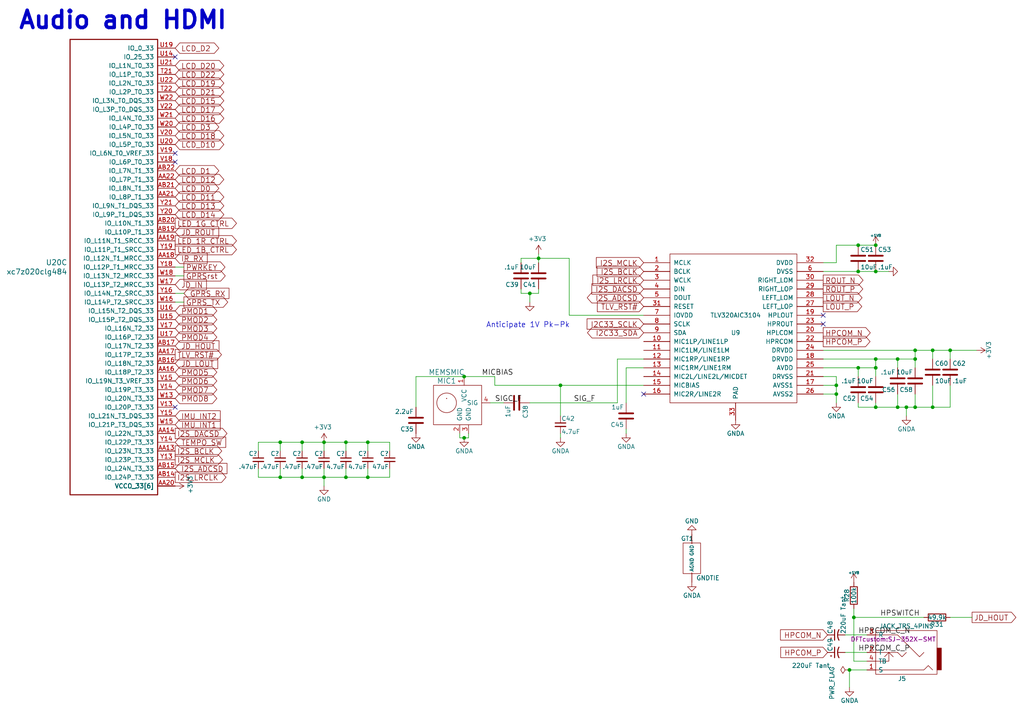
<source format=kicad_sch>
(kicad_sch (version 20230121) (generator eeschema)
  (paper "A4")
  (junction (at 265.43 104.14))
  (junction (at 93.98 138.43))
  (junction (at 134.62 109.22))
  (junction (at 248.92 71.12))
  (junction (at 106.68 128.27))
  (junction (at 248.92 106.68))
  (junction (at 260.35 118.11))
  (junction (at 248.92 78.74))
  (junction (at 254 106.68))
  (junction (at 81.28 138.43))
  (junction (at 265.43 118.11))
  (junction (at 242.57 111.76))
  (junction (at 87.63 128.27))
  (junction (at 106.68 138.43))
  (junction (at 81.28 128.27))
  (junction (at 100.33 128.27))
  (junction (at 254 71.12))
  (junction (at 254 104.14))
  (junction (at 254 78.74))
  (junction (at 87.63 138.43))
  (junction (at 262.89 118.11))
  (junction (at 247.65 179.07))
  (junction (at 270.51 101.6))
  (junction (at 275.59 101.6))
  (junction (at 265.43 101.6))
  (junction (at 260.35 104.14))
  (junction (at 270.51 118.11))
  (junction (at 134.62 127))
  (junction (at 246.38 194.31))
  (junction (at 93.98 128.27))
  (junction (at 242.57 114.3))
  (junction (at 162.56 111.76))
  (junction (at 156.21 74.93))
  (junction (at 254 118.11))
  (junction (at 153.67 85.09))
  (junction (at 100.33 138.43))
  (no_connect (at 50.8 46.99))
  (no_connect (at 238.76 93.98))
  (no_connect (at 50.8 16.51))
  (no_connect (at 238.76 91.44))
  (no_connect (at 50.8 118.11))
  (no_connect (at 186.69 114.3))
  (no_connect (at 50.8 44.45))
  (wire (pts (xy 134.62 127) (xy 135.89 127)))
  (wire (pts (xy 242.57 71.12) (xy 248.92 71.12)))
  (wire (pts (xy 74.93 128.27) (xy 74.93 130.81)))
  (wire (pts (xy 53.34 77.47) (xy 50.8 77.47)))
  (wire (pts (xy 186.69 91.44) (xy 165.1 91.44)))
  (wire (pts (xy 156.21 73.66) (xy 156.21 74.93)))
  (wire (pts (xy 265.43 118.11) (xy 270.51 118.11)))
  (wire (pts (xy 254 104.14) (xy 260.35 104.14)))
  (wire (pts (xy 265.43 101.6) (xy 270.51 101.6)))
  (wire (pts (xy 179.07 104.14) (xy 179.07 116.84)))
  (wire (pts (xy 275.59 101.6) (xy 283.21 101.6)))
  (wire (pts (xy 275.59 118.11) (xy 275.59 111.76)))
  (wire (pts (xy 162.56 111.76) (xy 162.56 120.65)))
  (wire (pts (xy 265.43 101.6) (xy 265.43 104.14)))
  (wire (pts (xy 254 118.11) (xy 260.35 118.11)))
  (wire (pts (xy 81.28 135.89) (xy 81.28 138.43)))
  (wire (pts (xy 113.03 138.43) (xy 106.68 138.43)))
  (wire (pts (xy 93.98 128.27) (xy 87.63 128.27)))
  (wire (pts (xy 100.33 138.43) (xy 93.98 138.43)))
  (wire (pts (xy 265.43 104.14) (xy 265.43 106.68)))
  (wire (pts (xy 270.51 111.76) (xy 270.51 118.11)))
  (wire (pts (xy 181.61 124.46) (xy 181.61 125.73)))
  (wire (pts (xy 106.68 138.43) (xy 100.33 138.43)))
  (wire (pts (xy 260.35 114.3) (xy 260.35 118.11)))
  (wire (pts (xy 238.76 106.68) (xy 248.92 106.68)))
  (wire (pts (xy 81.28 130.81) (xy 81.28 128.27)))
  (wire (pts (xy 143.51 111.76) (xy 143.51 109.22)))
  (wire (pts (xy 260.35 104.14) (xy 260.35 106.68)))
  (wire (pts (xy 238.76 78.74) (xy 248.92 78.74)))
  (wire (pts (xy 162.56 111.76) (xy 186.69 111.76)))
  (wire (pts (xy 93.98 128.27) (xy 93.98 130.81)))
  (wire (pts (xy 248.92 106.68) (xy 248.92 109.22)))
  (wire (pts (xy 87.63 138.43) (xy 81.28 138.43)))
  (wire (pts (xy 270.51 101.6) (xy 270.51 104.14)))
  (wire (pts (xy 134.62 109.22) (xy 120.65 109.22)))
  (wire (pts (xy 246.38 194.31) (xy 246.38 199.39)))
  (wire (pts (xy 179.07 104.14) (xy 186.69 104.14)))
  (wire (pts (xy 246.38 194.31) (xy 251.46 194.31)))
  (wire (pts (xy 270.51 101.6) (xy 275.59 101.6)))
  (wire (pts (xy 156.21 74.93) (xy 165.1 74.93)))
  (wire (pts (xy 247.65 191.77) (xy 251.46 191.77)))
  (wire (pts (xy 162.56 125.73) (xy 162.56 127)))
  (wire (pts (xy 133.35 125.73) (xy 133.35 127)))
  (wire (pts (xy 100.33 128.27) (xy 93.98 128.27)))
  (wire (pts (xy 260.35 104.14) (xy 265.43 104.14)))
  (wire (pts (xy 53.34 80.01) (xy 50.8 80.01)))
  (wire (pts (xy 262.89 118.11) (xy 265.43 118.11)))
  (wire (pts (xy 142.24 116.84) (xy 146.05 116.84)))
  (wire (pts (xy 87.63 128.27) (xy 81.28 128.27)))
  (wire (pts (xy 93.98 138.43) (xy 87.63 138.43)))
  (wire (pts (xy 254 118.11) (xy 254 116.84)))
  (wire (pts (xy 113.03 128.27) (xy 106.68 128.27)))
  (wire (pts (xy 186.69 106.68) (xy 181.61 106.68)))
  (wire (pts (xy 248.92 78.74) (xy 254 78.74)))
  (wire (pts (xy 254 78.74) (xy 257.81 78.74)))
  (wire (pts (xy 151.13 85.09) (xy 153.67 85.09)))
  (wire (pts (xy 106.68 128.27) (xy 106.68 130.81)))
  (wire (pts (xy 143.51 109.22) (xy 134.62 109.22)))
  (wire (pts (xy 156.21 85.09) (xy 156.21 83.82)))
  (wire (pts (xy 245.11 184.15) (xy 251.46 184.15)))
  (wire (pts (xy 238.76 76.2) (xy 242.57 76.2)))
  (wire (pts (xy 242.57 76.2) (xy 242.57 71.12)))
  (wire (pts (xy 100.33 135.89) (xy 100.33 138.43)))
  (wire (pts (xy 151.13 83.82) (xy 151.13 85.09)))
  (wire (pts (xy 247.65 179.07) (xy 247.65 191.77)))
  (wire (pts (xy 238.76 111.76) (xy 242.57 111.76)))
  (wire (pts (xy 74.93 138.43) (xy 74.93 135.89)))
  (wire (pts (xy 133.35 127) (xy 134.62 127)))
  (wire (pts (xy 247.65 176.53) (xy 247.65 179.07)))
  (wire (pts (xy 248.92 106.68) (xy 254 106.68)))
  (wire (pts (xy 151.13 76.2) (xy 151.13 74.93)))
  (wire (pts (xy 113.03 130.81) (xy 113.03 128.27)))
  (wire (pts (xy 248.92 118.11) (xy 254 118.11)))
  (wire (pts (xy 260.35 118.11) (xy 262.89 118.11)))
  (wire (pts (xy 254 106.68) (xy 254 109.22)))
  (wire (pts (xy 165.1 91.44) (xy 165.1 74.93)))
  (wire (pts (xy 53.34 87.63) (xy 50.8 87.63)))
  (wire (pts (xy 238.76 101.6) (xy 265.43 101.6)))
  (wire (pts (xy 242.57 111.76) (xy 242.57 114.3)))
  (wire (pts (xy 265.43 114.3) (xy 265.43 118.11)))
  (wire (pts (xy 113.03 138.43) (xy 113.03 135.89)))
  (wire (pts (xy 81.28 128.27) (xy 74.93 128.27)))
  (wire (pts (xy 270.51 118.11) (xy 275.59 118.11)))
  (wire (pts (xy 242.57 114.3) (xy 242.57 116.84)))
  (wire (pts (xy 81.28 138.43) (xy 74.93 138.43)))
  (wire (pts (xy 93.98 138.43) (xy 93.98 140.97)))
  (wire (pts (xy 106.68 135.89) (xy 106.68 138.43)))
  (wire (pts (xy 87.63 135.89) (xy 87.63 138.43)))
  (wire (pts (xy 275.59 179.07) (xy 281.94 179.07)))
  (wire (pts (xy 247.65 179.07) (xy 267.97 179.07)))
  (wire (pts (xy 179.07 116.84) (xy 153.67 116.84)))
  (wire (pts (xy 238.76 109.22) (xy 242.57 109.22)))
  (wire (pts (xy 93.98 135.89) (xy 93.98 138.43)))
  (wire (pts (xy 242.57 109.22) (xy 242.57 111.76)))
  (wire (pts (xy 238.76 114.3) (xy 242.57 114.3)))
  (wire (pts (xy 135.89 127) (xy 135.89 125.73)))
  (wire (pts (xy 153.67 85.09) (xy 156.21 85.09)))
  (wire (pts (xy 238.76 104.14) (xy 254 104.14)))
  (wire (pts (xy 87.63 128.27) (xy 87.63 130.81)))
  (wire (pts (xy 254 104.14) (xy 254 106.68)))
  (wire (pts (xy 153.67 87.63) (xy 153.67 85.09)))
  (wire (pts (xy 181.61 106.68) (xy 181.61 116.84)))
  (wire (pts (xy 248.92 118.11) (xy 248.92 116.84)))
  (wire (pts (xy 262.89 118.11) (xy 262.89 120.65)))
  (wire (pts (xy 143.51 111.76) (xy 162.56 111.76)))
  (wire (pts (xy 100.33 128.27) (xy 100.33 130.81)))
  (wire (pts (xy 275.59 101.6) (xy 275.59 104.14)))
  (wire (pts (xy 106.68 128.27) (xy 100.33 128.27)))
  (wire (pts (xy 156.21 74.93) (xy 156.21 76.2)))
  (wire (pts (xy 248.92 71.12) (xy 254 71.12)))
  (wire (pts (xy 120.65 109.22) (xy 120.65 118.11)))
  (wire (pts (xy 151.13 74.93) (xy 156.21 74.93)))
  (wire (pts (xy 251.46 189.23) (xy 245.11 189.23)))
  (wire (pts (xy 53.34 85.09) (xy 50.8 85.09)))
  (text "Anticipate 1V Pk-Pk" (at 140.97 95.25 0) (effects (font (size 1.5494 1.5494)) (justify left bottom)))
  (text "Audio and HDMI" (at 5.08 8.89 0) (effects (font (size 5.0038 5.0038) (thickness 1.0008) bold) (justify left bottom)))
  (label "HPSWITCH" (at 255.27 179.07 0) (effects (font (size 1.524 1.524))))
  (label "HPRCOM_C_P" (at 248.92 189.23 0) (effects (font (size 1.524 1.524))))
  (label "MICBIAS" (at 139.7 109.22 0) (effects (font (size 1.524 1.524))))
  (label "SIG_F" (at 166.37 116.84 0) (effects (font (size 1.524 1.524))))
  (label "SIGC_F" (at 143.51 116.84 0) (effects (font (size 1.524 1.524))))
  (label "HPRCOM_C_N" (at 248.92 184.15 0) (effects (font (size 1.524 1.524))))
  (global_label "JD_LOUT" (shape input) (at 50.8 105.41 0) (effects (font (size 1.524 1.524))) (property "Intersheetrefs" "${INTERSHEET_REFS}" (effects hide)))
  (global_label "TLV_RST#" (shape output) (at 50.8 102.87 0) (effects (font (size 1.524 1.524))) (property "Intersheetrefs" "${INTERSHEET_REFS}" (effects hide)))
  (global_label "LOUT_N" (shape output) (at 238.76 86.36 0) (effects (font (size 1.524 1.524))) (property "Intersheetrefs" "${INTERSHEET_REFS}" (effects hide)))
  (global_label "LOUT_P" (shape output) (at 238.76 88.9 0) (effects (font (size 1.524 1.524))) (property "Intersheetrefs" "${INTERSHEET_REFS}" (effects hide)))
  (global_label "LCD_D0" (shape bidirectional) (at 50.8 54.61 0) (effects (font (size 1.524 1.524))) (property "Intersheetrefs" "${INTERSHEET_REFS}" (effects hide)))
  (global_label "I2S_ADCSD" (shape bidirectional) (at 186.69 86.36 180) (effects (font (size 1.524 1.524))) (property "Intersheetrefs" "${INTERSHEET_REFS}" (effects hide)))
  (global_label "PMOD5" (shape bidirectional) (at 50.8 107.95 0) (effects (font (size 1.524 1.524))) (property "Intersheetrefs" "${INTERSHEET_REFS}" (effects hide)))
  (global_label "PMOD3" (shape bidirectional) (at 50.8 95.25 0) (effects (font (size 1.524 1.524))) (property "Intersheetrefs" "${INTERSHEET_REFS}" (effects hide)))
  (global_label "TEMPO_SW" (shape input) (at 50.8 128.27 0) (effects (font (size 1.524 1.524))) (property "Intersheetrefs" "${INTERSHEET_REFS}" (effects hide)))
  (global_label "LCD_D2" (shape bidirectional) (at 50.8 13.97 0) (effects (font (size 1.524 1.524))) (property "Intersheetrefs" "${INTERSHEET_REFS}" (effects hide)))
  (global_label "I2S_LRCLK" (shape output) (at 50.8 138.43 0) (effects (font (size 1.524 1.524))) (property "Intersheetrefs" "${INTERSHEET_REFS}" (effects hide)))
  (global_label "LCD_D13" (shape bidirectional) (at 50.8 59.69 0) (effects (font (size 1.524 1.524))) (property "Intersheetrefs" "${INTERSHEET_REFS}" (effects hide)))
  (global_label "ROUT_P" (shape output) (at 238.76 83.82 0) (effects (font (size 1.524 1.524))) (property "Intersheetrefs" "${INTERSHEET_REFS}" (effects hide)))
  (global_label "JD_HOUT" (shape output) (at 281.94 179.07 0) (effects (font (size 1.524 1.524))) (property "Intersheetrefs" "${INTERSHEET_REFS}" (effects hide)))
  (global_label "LCD_D12" (shape bidirectional) (at 50.8 52.07 0) (effects (font (size 1.524 1.524))) (property "Intersheetrefs" "${INTERSHEET_REFS}" (effects hide)))
  (global_label "LCD_D17" (shape bidirectional) (at 50.8 31.75 0) (effects (font (size 1.524 1.524))) (property "Intersheetrefs" "${INTERSHEET_REFS}" (effects hide)))
  (global_label "ROUT_N" (shape output) (at 238.76 81.28 0) (effects (font (size 1.524 1.524))) (property "Intersheetrefs" "${INTERSHEET_REFS}" (effects hide)))
  (global_label "LCD_D18" (shape bidirectional) (at 50.8 39.37 0) (effects (font (size 1.524 1.524))) (property "Intersheetrefs" "${INTERSHEET_REFS}" (effects hide)))
  (global_label "LCD_D22" (shape bidirectional) (at 50.8 21.59 0) (effects (font (size 1.524 1.524))) (property "Intersheetrefs" "${INTERSHEET_REFS}" (effects hide)))
  (global_label "LCD_D15" (shape bidirectional) (at 50.8 29.21 0) (effects (font (size 1.524 1.524))) (property "Intersheetrefs" "${INTERSHEET_REFS}" (effects hide)))
  (global_label "LCD_D10" (shape bidirectional) (at 50.8 41.91 0) (effects (font (size 1.524 1.524))) (property "Intersheetrefs" "${INTERSHEET_REFS}" (effects hide)))
  (global_label "PMOD1" (shape bidirectional) (at 50.8 90.17 0) (effects (font (size 1.524 1.524))) (property "Intersheetrefs" "${INTERSHEET_REFS}" (effects hide)))
  (global_label "I2S_MCLK" (shape input) (at 186.69 76.2 180) (effects (font (size 1.524 1.524))) (property "Intersheetrefs" "${INTERSHEET_REFS}" (effects hide)))
  (global_label "IMU_INT1" (shape input) (at 50.8 123.19 0) (effects (font (size 1.524 1.524))) (property "Intersheetrefs" "${INTERSHEET_REFS}" (effects hide)))
  (global_label "LCD_D3" (shape bidirectional) (at 50.8 36.83 0) (effects (font (size 1.524 1.524))) (property "Intersheetrefs" "${INTERSHEET_REFS}" (effects hide)))
  (global_label "LED_1R_CTRL" (shape output) (at 50.8 69.85 0) (effects (font (size 1.524 1.524))) (property "Intersheetrefs" "${INTERSHEET_REFS}" (effects hide)))
  (global_label "PWRKEY" (shape output) (at 53.34 77.47 0) (effects (font (size 1.524 1.524))) (property "Intersheetrefs" "${INTERSHEET_REFS}" (effects hide)))
  (global_label "IMU_INT2" (shape input) (at 50.8 120.65 0) (effects (font (size 1.524 1.524))) (property "Intersheetrefs" "${INTERSHEET_REFS}" (effects hide)))
  (global_label "LCD_D11" (shape bidirectional) (at 50.8 57.15 0) (effects (font (size 1.524 1.524))) (property "Intersheetrefs" "${INTERSHEET_REFS}" (effects hide)))
  (global_label "JD_ROUT" (shape input) (at 50.8 67.31 0) (effects (font (size 1.524 1.524))) (property "Intersheetrefs" "${INTERSHEET_REFS}" (effects hide)))
  (global_label "LCD_D14" (shape bidirectional) (at 50.8 62.23 0) (effects (font (size 1.524 1.524))) (property "Intersheetrefs" "${INTERSHEET_REFS}" (effects hide)))
  (global_label "IR_RX" (shape input) (at 50.8 74.93 0) (effects (font (size 1.524 1.524))) (property "Intersheetrefs" "${INTERSHEET_REFS}" (effects hide)))
  (global_label "HPCOM_P" (shape output) (at 238.76 99.06 0) (effects (font (size 1.524 1.524))) (property "Intersheetrefs" "${INTERSHEET_REFS}" (effects hide)))
  (global_label "GPRS_TX" (shape output) (at 53.34 87.63 0) (effects (font (size 1.524 1.524))) (property "Intersheetrefs" "${INTERSHEET_REFS}" (effects hide)))
  (global_label "PMOD7" (shape bidirectional) (at 50.8 113.03 0) (effects (font (size 1.524 1.524))) (property "Intersheetrefs" "${INTERSHEET_REFS}" (effects hide)))
  (global_label "LCD_D21" (shape bidirectional) (at 50.8 26.67 0) (effects (font (size 1.524 1.524))) (property "Intersheetrefs" "${INTERSHEET_REFS}" (effects hide)))
  (global_label "LED_1G_CTRL" (shape output) (at 50.8 64.77 0) (effects (font (size 1.524 1.524))) (property "Intersheetrefs" "${INTERSHEET_REFS}" (effects hide)))
  (global_label "JD_HOUT" (shape input) (at 50.8 100.33 0) (effects (font (size 1.524 1.524))) (property "Intersheetrefs" "${INTERSHEET_REFS}" (effects hide)))
  (global_label "I2C33_SCLK" (shape input) (at 186.69 93.98 180) (effects (font (size 1.524 1.524))) (property "Intersheetrefs" "${INTERSHEET_REFS}" (effects hide)))
  (global_label "I2S_ADCSD" (shape input) (at 50.8 135.89 0) (effects (font (size 1.524 1.524))) (property "Intersheetrefs" "${INTERSHEET_REFS}" (effects hide)))
  (global_label "HPCOM_N" (shape input) (at 240.03 184.15 180) (effects (font (size 1.524 1.524))) (property "Intersheetrefs" "${INTERSHEET_REFS}" (effects hide)))
  (global_label "TLV_RST#" (shape input) (at 186.69 88.9 180) (effects (font (size 1.524 1.524))) (property "Intersheetrefs" "${INTERSHEET_REFS}" (effects hide)))
  (global_label "HPCOM_N" (shape output) (at 238.76 96.52 0) (effects (font (size 1.524 1.524))) (property "Intersheetrefs" "${INTERSHEET_REFS}" (effects hide)))
  (global_label "GPRS_RX" (shape input) (at 53.34 85.09 0) (effects (font (size 1.524 1.524))) (property "Intersheetrefs" "${INTERSHEET_REFS}" (effects hide)))
  (global_label "I2S_BCLK" (shape output) (at 50.8 130.81 0) (effects (font (size 1.524 1.524))) (property "Intersheetrefs" "${INTERSHEET_REFS}" (effects hide)))
  (global_label "I2S_MCLK" (shape output) (at 50.8 133.35 0) (effects (font (size 1.524 1.524))) (property "Intersheetrefs" "${INTERSHEET_REFS}" (effects hide)))
  (global_label "PMOD2" (shape bidirectional) (at 50.8 92.71 0) (effects (font (size 1.524 1.524))) (property "Intersheetrefs" "${INTERSHEET_REFS}" (effects hide)))
  (global_label "PMOD8" (shape bidirectional) (at 50.8 115.57 0) (effects (font (size 1.524 1.524))) (property "Intersheetrefs" "${INTERSHEET_REFS}" (effects hide)))
  (global_label "LED_1B_CTRL" (shape output) (at 50.8 72.39 0) (effects (font (size 1.524 1.524))) (property "Intersheetrefs" "${INTERSHEET_REFS}" (effects hide)))
  (global_label "GPRSrst" (shape output) (at 53.34 80.01 0) (effects (font (size 1.524 1.524))) (property "Intersheetrefs" "${INTERSHEET_REFS}" (effects hide)))
  (global_label "I2C33_SDA" (shape bidirectional) (at 186.69 96.52 180) (effects (font (size 1.524 1.524))) (property "Intersheetrefs" "${INTERSHEET_REFS}" (effects hide)))
  (global_label "HPCOM_P" (shape input) (at 240.03 189.23 180) (effects (font (size 1.524 1.524))) (property "Intersheetrefs" "${INTERSHEET_REFS}" (effects hide)))
  (global_label "JD_IN" (shape input) (at 50.8 82.55 0) (effects (font (size 1.524 1.524))) (property "Intersheetrefs" "${INTERSHEET_REFS}" (effects hide)))
  (global_label "I2S_DACSD" (shape output) (at 50.8 125.73 0) (effects (font (size 1.524 1.524))) (property "Intersheetrefs" "${INTERSHEET_REFS}" (effects hide)))
  (global_label "LCD_D19" (shape bidirectional) (at 50.8 24.13 0) (effects (font (size 1.524 1.524))) (property "Intersheetrefs" "${INTERSHEET_REFS}" (effects hide)))
  (global_label "LCD_D16" (shape bidirectional) (at 50.8 34.29 0) (effects (font (size 1.524 1.524))) (property "Intersheetrefs" "${INTERSHEET_REFS}" (effects hide)))
  (global_label "I2S_DACSD" (shape input) (at 186.69 83.82 180) (effects (font (size 1.524 1.524))) (property "Intersheetrefs" "${INTERSHEET_REFS}" (effects hide)))
  (global_label "PMOD6" (shape bidirectional) (at 50.8 110.49 0) (effects (font (size 1.524 1.524))) (property "Intersheetrefs" "${INTERSHEET_REFS}" (effects hide)))
  (global_label "LCD_D20" (shape bidirectional) (at 50.8 19.05 0) (effects (font (size 1.524 1.524))) (property "Intersheetrefs" "${INTERSHEET_REFS}" (effects hide)))
  (global_label "I2S_BCLK" (shape input) (at 186.69 78.74 180) (effects (font (size 1.524 1.524))) (property "Intersheetrefs" "${INTERSHEET_REFS}" (effects hide)))
  (global_label "LCD_D1" (shape bidirectional) (at 50.8 49.53 0) (effects (font (size 1.524 1.524))) (property "Intersheetrefs" "${INTERSHEET_REFS}" (effects hide)))
  (global_label "PMOD4" (shape bidirectional) (at 50.8 97.79 0) (effects (font (size 1.524 1.524))) (property "Intersheetrefs" "${INTERSHEET_REFS}" (effects hide)))
  (global_label "I2S_LRCLK" (shape input) (at 186.69 81.28 180) (effects (font (size 1.524 1.524))) (property "Intersheetrefs" "${INTERSHEET_REFS}" (effects hide)))
  (symbol (lib_id "Device:R") (at 247.65 172.72 180) (unit 1)
    (property "Reference" "R28" (at 245.618 172.72 90))
    (property "Value" "100k" (at 247.65 172.72 90))
    (property "Footprint" "Resistor_SMD:R_0402_1005Metric" (effects hide))
    (property "MFR" "Yageo" (effects hide))
    (property "MPN" "RC0402FR-07100KL" (effects hide))
    (property "SPR" "Digikey" (effects hide))
    (property "SPN" "311-100KLRTR-ND" (effects hide))
  )
  (symbol (lib_id "Device:R") (at 271.78 179.07 270) (unit 1)
    (property "Reference" "R31" (at 271.78 181.102 90))
    (property "Value" "49.9k" (at 271.78 179.07 90))
    (property "Footprint" "Resistor_SMD:R_0402_1005Metric" (effects hide))
    (property "MFR" "Yageo" (effects hide))
    (property "MPN" "RC0402FR-0749K9L" (effects hide))
    (property "SPR" "Digikey" (effects hide))
    (property "SPN" "311-49.9KLRCT-ND" (effects hide))
  )
  (symbol (lib_id "DFTBoard-rescue:MEMSMIC") (at 129.54 115.57 0) (unit 1)
    (property "Reference" "MIC1" (at 129.54 110.49 0) (effects (font (size 1.524 1.524))))
    (property "Value" "MEMSMIC" (at 129.54 107.95 0) (effects (font (size 1.524 1.524))))
    (property "Footprint" "SPW2430HR5H-B:MIC_SPW2430HR5H-B" (effects hide))
    (property "MFR" "Knowles" (effects hide))
    (property "MPN" "SPW2430HR5H-B" (effects hide))
    (property "SPR" "Digikey" (effects hide))
    (property "SPN" "423-1394-1-ND" (effects hide))
  )
  (symbol (lib_id "power:GNDA") (at 246.38 199.39 0) (unit 1)
    (property "Reference" "#PWR087" (effects hide))
    (property "Value" "GNDA" (at 246.38 203.2 0))
  )
  (symbol (lib_id "Device:C") (at 151.13 80.01 180) (unit 1)
    (property "Reference" "C39" (at 150.495 82.55 0) (effects (justify left)))
    (property "Value" ".1uF" (at 150.495 77.47 0) (effects (justify left)))
    (property "Footprint" "Capacitor_SMD:C_0402_1005Metric" (effects hide))
    (property "MFR" "Yageo" (effects hide))
    (property "MPN" "CC0402KRX7R6BB104" (effects hide))
    (property "SPR" "Digikey" (effects hide))
    (property "SPN" "311-1345-1-ND" (effects hide))
  )
  (symbol (lib_id "Device:C") (at 156.21 80.01 180) (unit 1)
    (property "Reference" "C41" (at 155.575 82.55 0) (effects (justify left)))
    (property "Value" "10uF" (at 155.575 77.47 0) (effects (justify left)))
    (property "Footprint" "Capacitor_SMD:C_0603_1608Metric" (effects hide))
    (property "MFR" "Murata" (effects hide))
    (property "MPN" "GRM188R61A106KE69J" (effects hide))
    (property "SPR" "Digikey" (effects hide))
    (property "SPN" "490-14372-1-ND" (effects hide))
  )
  (symbol (lib_id "power:GND") (at 153.67 87.63 0) (unit 1)
    (property "Reference" "#PWR071" (effects hide))
    (property "Value" "GND" (effects hide))
  )
  (symbol (lib_id "Device:C") (at 248.92 113.03 180) (unit 1)
    (property "Reference" "C52" (at 248.285 115.57 0) (effects (justify left)))
    (property "Value" ".1uF" (at 248.285 110.49 0) (effects (justify left)))
    (property "Footprint" "Capacitor_SMD:C_0402_1005Metric" (effects hide))
    (property "MFR" "Yageo" (effects hide))
    (property "MPN" "CC0402KRX7R6BB104" (effects hide))
    (property "SPR" "Digikey" (effects hide))
    (property "SPN" "311-1345-1-ND" (effects hide))
  )
  (symbol (lib_id "Device:C") (at 260.35 110.49 180) (unit 1)
    (property "Reference" "C56" (at 259.715 113.03 0) (effects (justify left)))
    (property "Value" ".1uF" (at 259.715 107.95 0) (effects (justify left)))
    (property "Footprint" "Capacitor_SMD:C_0402_1005Metric" (effects hide))
    (property "MFR" "Yageo" (effects hide))
    (property "MPN" "CC0402KRX7R6BB104" (effects hide))
    (property "SPR" "Digikey" (effects hide))
    (property "SPN" "311-1345-1-ND" (effects hide))
  )
  (symbol (lib_id "power:GNDA") (at 242.57 116.84 0) (unit 1)
    (property "Reference" "#PWR086" (effects hide))
    (property "Value" "GNDA" (at 242.57 120.65 0))
  )
  (symbol (lib_id "Device:C") (at 254 113.03 180) (unit 1)
    (property "Reference" "C54" (at 253.365 115.57 0) (effects (justify left)))
    (property "Value" "10uF" (at 253.365 110.49 0) (effects (justify left)))
    (property "Footprint" "Capacitor_SMD:C_0603_1608Metric" (effects hide))
    (property "MFR" "Murata" (effects hide))
    (property "MPN" "GRM188R61A106KE69J" (effects hide))
    (property "SPR" "Digikey" (effects hide))
    (property "SPN" "490-14372-1-ND" (effects hide))
  )
  (symbol (lib_id "Device:C") (at 265.43 110.49 180) (unit 1)
    (property "Reference" "C58" (at 264.795 113.03 0) (effects (justify left)))
    (property "Value" "10uF" (at 264.795 107.95 0) (effects (justify left)))
    (property "Footprint" "Capacitor_SMD:C_0603_1608Metric" (effects hide))
    (property "MFR" "Murata" (effects hide))
    (property "MPN" "GRM188R61A106KE69J" (effects hide))
    (property "SPR" "Digikey" (effects hide))
    (property "SPN" "490-14372-1-ND" (effects hide))
  )
  (symbol (lib_id "Device:C") (at 254 74.93 0) (unit 1)
    (property "Reference" "C53" (at 254.635 72.39 0) (effects (justify left)))
    (property "Value" ".1uF" (at 254.635 77.47 0) (effects (justify left)))
    (property "Footprint" "Capacitor_SMD:C_0402_1005Metric" (effects hide))
    (property "MFR" "Yageo" (effects hide))
    (property "MPN" "CC0402KRX7R6BB104" (effects hide))
    (property "SPR" "Digikey" (effects hide))
    (property "SPN" "311-1345-1-ND" (effects hide))
  )
  (symbol (lib_id "Device:C") (at 248.92 74.93 0) (unit 1)
    (property "Reference" "C51" (at 249.555 72.39 0) (effects (justify left)))
    (property "Value" "10uF" (at 249.555 77.47 0) (effects (justify left)))
    (property "Footprint" "Capacitor_SMD:C_0603_1608Metric" (effects hide))
    (property "MFR" "Murata" (effects hide))
    (property "MPN" "GRM188R61A106KE69J" (effects hide))
    (property "SPR" "Digikey" (effects hide))
    (property "SPN" "490-14372-1-ND" (effects hide))
  )
  (symbol (lib_id "power:GND") (at 257.81 78.74 90) (unit 1)
    (property "Reference" "#PWR095" (effects hide))
    (property "Value" "GND" (effects hide))
  )
  (symbol (lib_id "power:GNDA") (at 134.62 127 0) (unit 1)
    (property "Reference" "#PWR069" (effects hide))
    (property "Value" "GNDA" (at 134.62 130.81 0))
  )
  (symbol (lib_id "power:GNDA") (at 262.89 120.65 0) (unit 1)
    (property "Reference" "#PWR096" (effects hide))
    (property "Value" "GNDA" (at 262.89 124.46 0))
  )
  (symbol (lib_id "Device:C") (at 275.59 107.95 0) (unit 1)
    (property "Reference" "C62" (at 276.225 105.41 0) (effects (justify left)))
    (property "Value" ".1uF" (at 276.225 110.49 0) (effects (justify left)))
    (property "Footprint" "Capacitor_SMD:C_0402_1005Metric" (effects hide))
    (property "MFR" "Yageo" (effects hide))
    (property "MPN" "CC0402KRX7R6BB104" (effects hide))
    (property "SPR" "Digikey" (effects hide))
    (property "SPN" "311-1345-1-ND" (effects hide))
  )
  (symbol (lib_id "Device:C") (at 270.51 107.95 0) (unit 1)
    (property "Reference" "C60" (at 271.145 105.41 0) (effects (justify left)))
    (property "Value" "10uF" (at 271.145 110.49 0) (effects (justify left)))
    (property "Footprint" "Capacitor_SMD:C_0603_1608Metric" (effects hide))
    (property "MFR" "Murata" (effects hide))
    (property "MPN" "GRM188R61A106KE69J" (effects hide))
    (property "SPR" "Digikey" (effects hide))
    (property "SPN" "490-14372-1-ND" (effects hide))
  )
  (symbol (lib_id "Device:C") (at 120.65 121.92 180) (unit 1)
    (property "Reference" "C35" (at 120.015 124.46 0) (effects (justify left)))
    (property "Value" "2.2uF" (at 120.015 119.38 0) (effects (justify left)))
    (property "Footprint" "Capacitor_SMD:C_0402_1005Metric" (effects hide))
    (property "MFR" "Murata" (effects hide))
    (property "MPN" "GRM155R61A225KE95D" (effects hide))
    (property "SPR" "Digikey" (effects hide))
    (property "SPN" "490-10451-1-ND" (effects hide))
  )
  (symbol (lib_id "DFTBoard-rescue:CP1_Small-Device") (at 242.57 184.15 90) (unit 1)
    (property "Reference" "C48" (at 240.792 183.896 0) (effects (justify left)))
    (property "Value" "220uF Tant." (at 244.602 183.896 0) (effects (justify left)))
    (property "Footprint" "Capacitor_Tantalum_SMD:CP_EIA-3528-12_Kemet-T" (effects hide))
    (property "MFR" "AVX Corporation" (effects hide))
    (property "MPN" "F930G227KBA" (effects hide))
    (property "SPR" "Digikey" (effects hide))
    (property "SPN" "478-8139-1-ND" (effects hide))
  )
  (symbol (lib_id "DFTBoard-rescue:CP1_Small-Device") (at 242.57 189.23 90) (unit 1)
    (property "Reference" "C49" (at 240.792 188.976 0) (effects (justify left)))
    (property "Value" "220uF Tant." (at 241.3 193.04 90) (effects (justify left)))
    (property "Footprint" "Capacitor_Tantalum_SMD:CP_EIA-3528-12_Kemet-T" (effects hide))
    (property "MFR" "AVX Corporation" (effects hide))
    (property "MPN" "F930G227KBA" (effects hide))
    (property "SPR" "Digikey" (effects hide))
    (property "SPN" "478-8139-1-ND" (effects hide))
  )
  (symbol (lib_id "DFTBoard-rescue:TLV320AIC3104") (at 213.36 93.98 0) (unit 1)
    (property "Reference" "U9" (at 213.36 96.52 0))
    (property "Value" "TLV320AIC3104" (at 213.36 91.44 0))
    (property "Footprint" "Package_DFN_QFN:QFN-32-1EP_5x5mm_P0.5mm_EP3.65x3.65mm" (effects hide))
    (property "MFR" "Texas Instruments" (effects hide))
    (property "MPN" "TLV320AIC3104IRHBR" (effects hide))
    (property "SPR" "Digikey" (effects hide))
    (property "SPN" "296-26818-1-ND" (effects hide))
  )
  (symbol (lib_id "power:+1V8") (at 254 71.12 0) (unit 1)
    (property "Reference" "#PWR093" (effects hide))
    (property "Value" "+1.8V" (at 254 68.326 0) (effects (font (size 0.762 0.762))))
  )
  (symbol (lib_id "power:+3V3") (at 283.21 101.6 270) (unit 1)
    (property "Reference" "#PWR0100" (effects hide))
    (property "Value" "+3.3V" (at 286.766 101.6 0))
  )
  (symbol (lib_id "DFTBoard-rescue:PWR_FLAG") (at 246.38 194.31 90) (unit 1)
    (property "Reference" "#FLG03" (effects hide))
    (property "Value" "PWR_FLAG" (at 241.3 198.12 0))
  )
  (symbol (lib_id "DFTBoard-rescue:JACK_TRS_4PINS") (at 261.62 189.23 180) (unit 1)
    (property "Reference" "J5" (at 261.62 196.85 0))
    (property "Value" "JACK_TRS_4PINS" (at 262.89 181.61 0))
    (property "Footprint" "DFTcustom:SJ-352X-SMT" (at 259.08 185.42 0))
    (property "MFR" "CUI Inc." (effects hide))
    (property "MPN" "SJ-3524-SMT-TR" (effects hide))
    (property "SPR" "Digikey" (effects hide))
    (property "SPN" "CP-3524SJCT-ND" (effects hide))
  )
  (symbol (lib_id "Device:C") (at 149.86 116.84 270) (unit 1)
    (property "Reference" "C38" (at 152.4 117.475 0) (effects (justify left)))
    (property "Value" "1uF" (at 147.32 117.475 0) (effects (justify left)))
    (property "Footprint" "Capacitor_SMD:C_0402_1005Metric" (effects hide))
    (property "MFR" "Yageo" (effects hide))
    (property "MPN" "CC0402KRX5R6BB105" (effects hide))
    (property "SPR" "Digikey" (effects hide))
    (property "SPN" "311-1439-1-ND" (effects hide))
  )
  (symbol (lib_id "Device:C_Small") (at 162.56 123.19 0) (unit 1)
    (property "Reference" "C42" (at 162.814 121.412 0) (effects (justify left)))
    (property "Value" "4.7uF" (at 162.814 125.222 0) (effects (justify left)))
    (property "Footprint" "Capacitor_SMD:C_0402_1005Metric" (effects hide))
    (property "MFR" "Murata" (effects hide))
    (property "MPN" "GRM155R60G475ME47D" (effects hide))
    (property "SPR" "Digikey" (effects hide))
    (property "SPN" "490-11980-1-ND" (effects hide))
  )
  (symbol (lib_id "power:GNDA") (at 162.56 127 0) (unit 1)
    (property "Reference" "#PWR073" (effects hide))
    (property "Value" "GNDA" (at 162.56 130.81 0))
  )
  (symbol (lib_id "Device:C") (at 181.61 120.65 180) (unit 1)
    (property "Reference" "C45" (at 180.975 123.19 0) (effects (justify left)))
    (property "Value" "1uF" (at 180.975 118.11 0) (effects (justify left)))
    (property "Footprint" "Capacitor_SMD:C_0402_1005Metric" (effects hide))
    (property "MFR" "Yageo" (effects hide))
    (property "MPN" "CC0402KRX5R6BB105" (effects hide))
    (property "SPR" "Digikey" (effects hide))
    (property "SPN" "311-1439-1-ND" (effects hide))
  )
  (symbol (lib_id "power:GNDA") (at 181.61 125.73 0) (unit 1)
    (property "Reference" "#PWR078" (effects hide))
    (property "Value" "GNDA" (at 181.61 129.54 0))
  )
  (symbol (lib_id "power:+1V8") (at 247.65 168.91 0) (unit 1)
    (property "Reference" "#PWR090" (effects hide))
    (property "Value" "+1.8V" (at 247.65 166.116 0) (effects (font (size 0.762 0.762))))
  )
  (symbol (lib_id "power:GND") (at 200.66 154.94 180) (unit 1)
    (property "Reference" "#PWR081" (effects hide))
    (property "Value" "GND" (at 200.66 151.13 0))
    (instances (project "DFTBoard" (path "" (reference "#PWR081") (unit 1)) (path "" (reference "#PWR?") (unit 1))))
  )
  (symbol (lib_id "power:GNDA") (at 200.66 168.91 0) (unit 1)
    (property "Reference" "#PWR082" (effects hide))
    (property "Value" "GNDA" (at 200.66 172.72 0))
    (instances (project "DFTBoard" (path "" (reference "#PWR082") (unit 1)) (path "" (reference "#PWR?") (unit 1))))
  )
  (symbol (lib_id "DFTBoard-rescue:GNDTIE-") (at 196.85 158.75 0) (unit 1)
    (property "Reference" "GT1" (at 197.485 156.21 0) (effects (justify left)))
    (property "Value" "GNDTIE" (at 201.93 167.64 0) (effects (justify left)))
    (property "Footprint" "DFTcustom:gndtie" (effects hide))
    (property "MFR" "DNS" (effects hide))
    (property "MPN" "-" (effects hide))
    (property "SPR" "-" (effects hide))
    (property "SPN" "-" (effects hide))
    (property "SPURL" "-" (effects hide))
    (instances (project "DFTBoard" (path "" (reference "GT1") (unit 1)) (path "" (reference "GT?") (unit 1))))
  )
  (symbol (lib_id "power:GNDA") (at 120.65 125.73 0) (unit 1)
    (property "Reference" "#PWR067" (effects hide))
    (property "Value" "GNDA" (at 120.65 129.54 0))
  )
  (symbol (lib_id "Device:C_Small") (at 113.03 133.35 0) (mirror y) (unit 1)
    (property "Reference" "C?" (at 112.776 131.572 0) (effects (justify left)))
    (property "Value" "47uF" (at 112.776 135.382 0) (effects (justify left)))
    (property "Footprint" "Capacitor_SMD:C_0805_2012Metric" (effects hide))
    (property "MFR" "Murata" (effects hide))
    (property "MPN" "GRM219R60J476ME44D" (effects hide))
    (property "SPR" "Digikey" (effects hide))
    (property "SPN" "490-13249-1-ND" (effects hide))
    (instances (project "DFTBoard" (path "" (reference "C?") (unit 1)) (path "" (reference "C61") (unit 1))))
  )
  (symbol (lib_id "Device:C_Small") (at 106.68 133.35 0) (mirror y) (unit 1)
    (property "Reference" "C?" (at 106.426 131.572 0) (effects (justify left)))
    (property "Value" "4.7uF" (at 106.426 135.382 0) (effects (justify left)))
    (property "Footprint" "Capacitor_SMD:C_0402_1005Metric" (effects hide))
    (property "MFR" "Murata" (effects hide))
    (property "MPN" "GRM155R60G475ME47D" (effects hide))
    (property "SPR" "Digikey" (effects hide))
    (property "SPN" "490-11980-1-ND" (effects hide))
    (instances (project "DFTBoard" (path "" (reference "C?") (unit 1)) (path "" (reference "C59") (unit 1))))
  )
  (symbol (lib_id "Device:C_Small") (at 100.33 133.35 0) (mirror y) (unit 1)
    (property "Reference" "C?" (at 100.076 131.572 0) (effects (justify left)))
    (property "Value" "4.7uF" (at 100.076 135.382 0) (effects (justify left)))
    (property "Footprint" "Capacitor_SMD:C_0402_1005Metric" (effects hide))
    (property "MFR" "Murata" (effects hide))
    (property "MPN" "GRM155R60G475ME47D" (effects hide))
    (property "SPR" "Digikey" (effects hide))
    (property "SPN" "490-11980-1-ND" (effects hide))
    (instances (project "DFTBoard" (path "" (reference "C?") (unit 1)) (path "" (reference "C57") (unit 1))))
  )
  (symbol (lib_id "Device:C_Small") (at 93.98 133.35 0) (mirror y) (unit 1)
    (property "Reference" "C?" (at 93.726 131.572 0) (effects (justify left)))
    (property "Value" ".47uF" (at 93.726 135.382 0) (effects (justify left)))
    (property "Footprint" "Capacitor_SMD:C_0402_1005Metric" (effects hide))
    (property "MFR" "Yageo" (effects hide))
    (property "MPN" "CC0402KRX5R5BB474" (effects hide))
    (property "SPR" "Digikey" (effects hide))
    (property "SPN" "311-1684-1-ND" (effects hide))
    (instances (project "DFTBoard" (path "" (reference "C?") (unit 1)) (path "" (reference "C55") (unit 1))))
  )
  (symbol (lib_id "Device:C_Small") (at 87.63 133.35 0) (mirror y) (unit 1)
    (property "Reference" "C?" (at 87.376 131.572 0) (effects (justify left)))
    (property "Value" ".47uF" (at 87.376 135.382 0) (effects (justify left)))
    (property "Footprint" "Capacitor_SMD:C_0402_1005Metric" (effects hide))
    (property "MFR" "Yageo" (effects hide))
    (property "MPN" "CC0402KRX5R5BB474" (effects hide))
    (property "SPR" "Digikey" (effects hide))
    (property "SPN" "311-1684-1-ND" (effects hide))
    (instances (project "DFTBoard" (path "" (reference "C?") (unit 1)) (path "" (reference "C50") (unit 1))))
  )
  (symbol (lib_id "Device:C_Small") (at 81.28 133.35 0) (mirror y) (unit 1)
    (property "Reference" "C?" (at 81.026 131.572 0) (effects (justify left)))
    (property "Value" ".47uF" (at 81.026 135.382 0) (effects (justify left)))
    (property "Footprint" "Capacitor_SMD:C_0402_1005Metric" (effects hide))
    (property "MFR" "Yageo" (effects hide))
    (property "MPN" "CC0402KRX5R5BB474" (effects hide))
    (property "SPR" "Digikey" (effects hide))
    (property "SPN" "311-1684-1-ND" (effects hide))
    (instances (project "DFTBoard" (path "" (reference "C?") (unit 1)) (path "" (reference "C47") (unit 1))))
  )
  (symbol (lib_id "Device:C_Small") (at 74.93 133.35 0) (mirror y) (unit 1)
    (property "Reference" "C?" (at 74.676 131.572 0) (effects (justify left)))
    (property "Value" ".47uF" (at 74.676 135.382 0) (effects (justify left)))
    (property "Footprint" "Capacitor_SMD:C_0402_1005Metric" (effects hide))
    (property "MFR" "Yageo" (effects hide))
    (property "MPN" "CC0402KRX5R5BB474" (effects hide))
    (property "SPR" "Digikey" (effects hide))
    (property "SPN" "311-1684-1-ND" (effects hide))
    (instances (project "DFTBoard" (path "" (reference "C?") (unit 1)) (path "" (reference "C46") (unit 1))))
  )
  (symbol (lib_id "power:GND") (at 93.98 140.97 0) (mirror y) (unit 1)
    (property "Reference" "#PWR?" (effects hide))
    (property "Value" "GND" (at 93.98 144.78 0))
    (instances (project "DFTBoard" (path "" (reference "#PWR?") (unit 1)) (path "" (reference "#PWR0208") (unit 1))))
  )
  (symbol (lib_id "DFTBoard-rescue:+3.3V-power") (at 93.98 128.27 0) (mirror y) (unit 1)
    (property "Reference" "#PWR0209" (effects hide))
    (property "Value" "+3.3V" (at 93.599 123.8758 0))
    (instances (project "DFTBoard" (path "" (reference "#PWR0209") (unit 1)) (path "" (reference "#PWR?") (unit 1))))
  )
  (symbol (lib_id "xilinx7:xc7z020clg484") (at 50.8 13.97 0) (mirror y) (unit 3)
    (property "Reference" "U20" (at 19.5326 76.1238 0) (effects (font (size 1.524 1.524)) (justify left)))
    (property "Value" "xc7z020clg484" (at 19.5326 78.8162 0) (effects (font (size 1.524 1.524)) (justify left)))
    (property "Footprint" "DFTcustom:BGA-484_19.0x19.0mm_Layout22x22_P0.80mm_dia0.40mm" (effects hide))
    (property "MFR" "Xilinx" (effects hide))
    (property "MPN" "XC7Z020-1CLG484C" (effects hide))
    (property "SPR" "Digikey" (effects hide))
    (property "SPN" "122-1850-ND" (effects hide))
    (property "SPURL" "-" (effects hide))
    (instances (project "DFTBoard" (path "" (reference "U20") (unit 3)) (path "" (reference "U?") (unit 3))))
  )
  (symbol (lib_id "DFTBoard-rescue:+3.3V-power") (at 156.21 73.66 0) (mirror y) (unit 1)
    (property "Reference" "#PWR031" (effects hide))
    (property "Value" "+3.3V" (at 155.829 69.2658 0))
    (instances (project "DFTBoard" (path "" (reference "#PWR031") (unit 1)) (path "" (reference "#PWR?") (unit 1))))
  )
  (symbol (lib_id "DFTBoard-rescue:+3.3V-power") (at 50.8 140.97 270) (mirror x) (unit 1)
    (property "Reference" "#PWR0210" (effects hide))
    (property "Value" "+3.3V" (at 55.1942 140.589 0))
    (instances (project "DFTBoard" (path "" (reference "#PWR0210") (unit 1)) (path "" (reference "#PWR?") (unit 1))))
  )
  (symbol (lib_id "power:GNDA") (at 213.36 121.92 0) (unit 1)
    (property "Reference" "#PWR0355" (effects hide))
    (property "Value" "GNDA" (at 213.36 125.73 0))
  )
)
</source>
